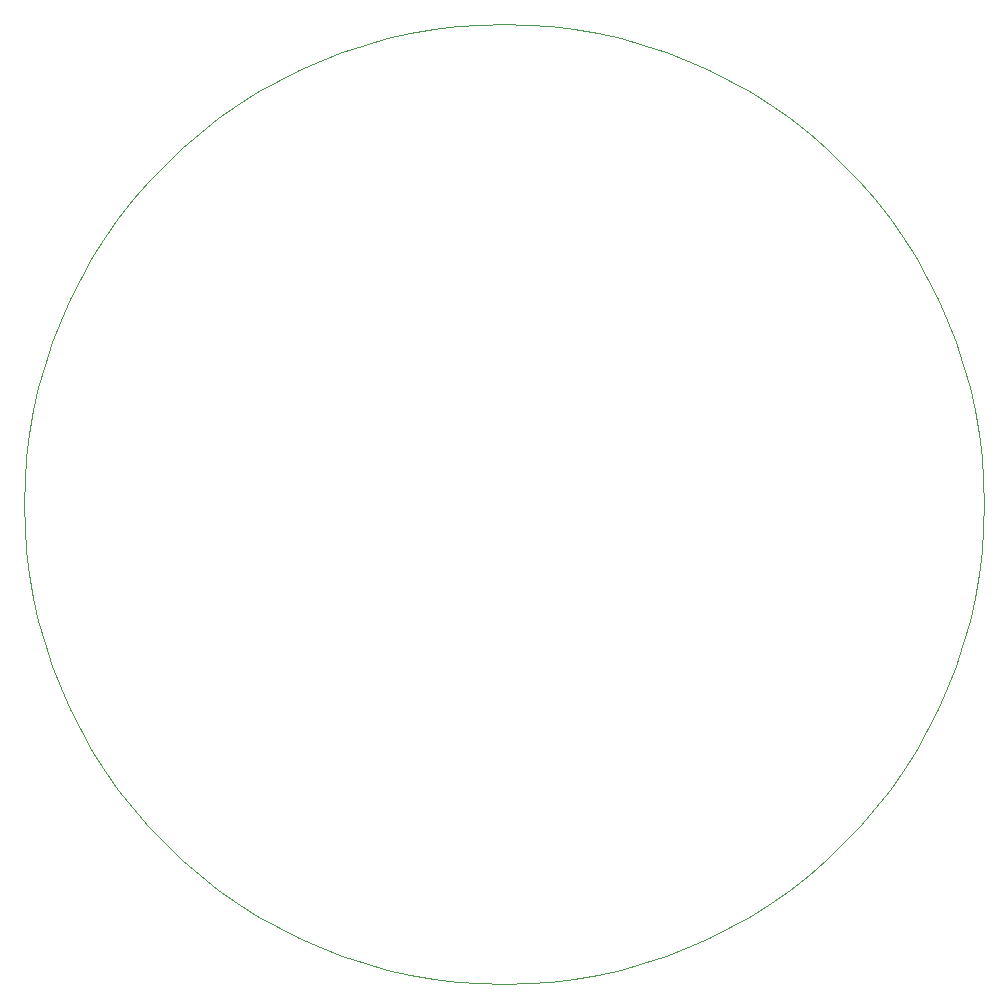
<source format=gbp>
G75*
G70*
%OFA0B0*%
%FSLAX24Y24*%
%IPPOS*%
%LPD*%
%AMOC8*
5,1,8,0,0,1.08239X$1,22.5*
%
%ADD10C,0.0000*%
D10*
X000180Y016180D02*
X000199Y016965D01*
X000257Y017748D01*
X000353Y018528D01*
X000487Y019301D01*
X000659Y020068D01*
X000869Y020825D01*
X001115Y021570D01*
X001398Y022303D01*
X001716Y023021D01*
X002069Y023722D01*
X002456Y024406D01*
X002876Y025069D01*
X003329Y025711D01*
X003812Y026330D01*
X004325Y026925D01*
X004866Y027494D01*
X005435Y028035D01*
X006030Y028548D01*
X006649Y029031D01*
X007291Y029484D01*
X007954Y029904D01*
X008638Y030291D01*
X009339Y030644D01*
X010057Y030962D01*
X010790Y031245D01*
X011535Y031491D01*
X012292Y031701D01*
X013059Y031873D01*
X013832Y032007D01*
X014612Y032103D01*
X015395Y032161D01*
X016180Y032180D01*
X016965Y032161D01*
X017748Y032103D01*
X018528Y032007D01*
X019301Y031873D01*
X020068Y031701D01*
X020825Y031491D01*
X021570Y031245D01*
X022303Y030962D01*
X023021Y030644D01*
X023722Y030291D01*
X024406Y029904D01*
X025069Y029484D01*
X025711Y029031D01*
X026330Y028548D01*
X026925Y028035D01*
X027494Y027494D01*
X028035Y026925D01*
X028548Y026330D01*
X029031Y025711D01*
X029484Y025069D01*
X029904Y024406D01*
X030291Y023722D01*
X030644Y023021D01*
X030962Y022303D01*
X031245Y021570D01*
X031491Y020825D01*
X031701Y020068D01*
X031873Y019301D01*
X032007Y018528D01*
X032103Y017748D01*
X032161Y016965D01*
X032180Y016180D01*
X032161Y015395D01*
X032103Y014612D01*
X032007Y013832D01*
X031873Y013059D01*
X031701Y012292D01*
X031491Y011535D01*
X031245Y010790D01*
X030962Y010057D01*
X030644Y009339D01*
X030291Y008638D01*
X029904Y007954D01*
X029484Y007291D01*
X029031Y006649D01*
X028548Y006030D01*
X028035Y005435D01*
X027494Y004866D01*
X026925Y004325D01*
X026330Y003812D01*
X025711Y003329D01*
X025069Y002876D01*
X024406Y002456D01*
X023722Y002069D01*
X023021Y001716D01*
X022303Y001398D01*
X021570Y001115D01*
X020825Y000869D01*
X020068Y000659D01*
X019301Y000487D01*
X018528Y000353D01*
X017748Y000257D01*
X016965Y000199D01*
X016180Y000180D01*
X015395Y000199D01*
X014612Y000257D01*
X013832Y000353D01*
X013059Y000487D01*
X012292Y000659D01*
X011535Y000869D01*
X010790Y001115D01*
X010057Y001398D01*
X009339Y001716D01*
X008638Y002069D01*
X007954Y002456D01*
X007291Y002876D01*
X006649Y003329D01*
X006030Y003812D01*
X005435Y004325D01*
X004866Y004866D01*
X004325Y005435D01*
X003812Y006030D01*
X003329Y006649D01*
X002876Y007291D01*
X002456Y007954D01*
X002069Y008638D01*
X001716Y009339D01*
X001398Y010057D01*
X001115Y010790D01*
X000869Y011535D01*
X000659Y012292D01*
X000487Y013059D01*
X000353Y013832D01*
X000257Y014612D01*
X000199Y015395D01*
X000180Y016180D01*
M02*

</source>
